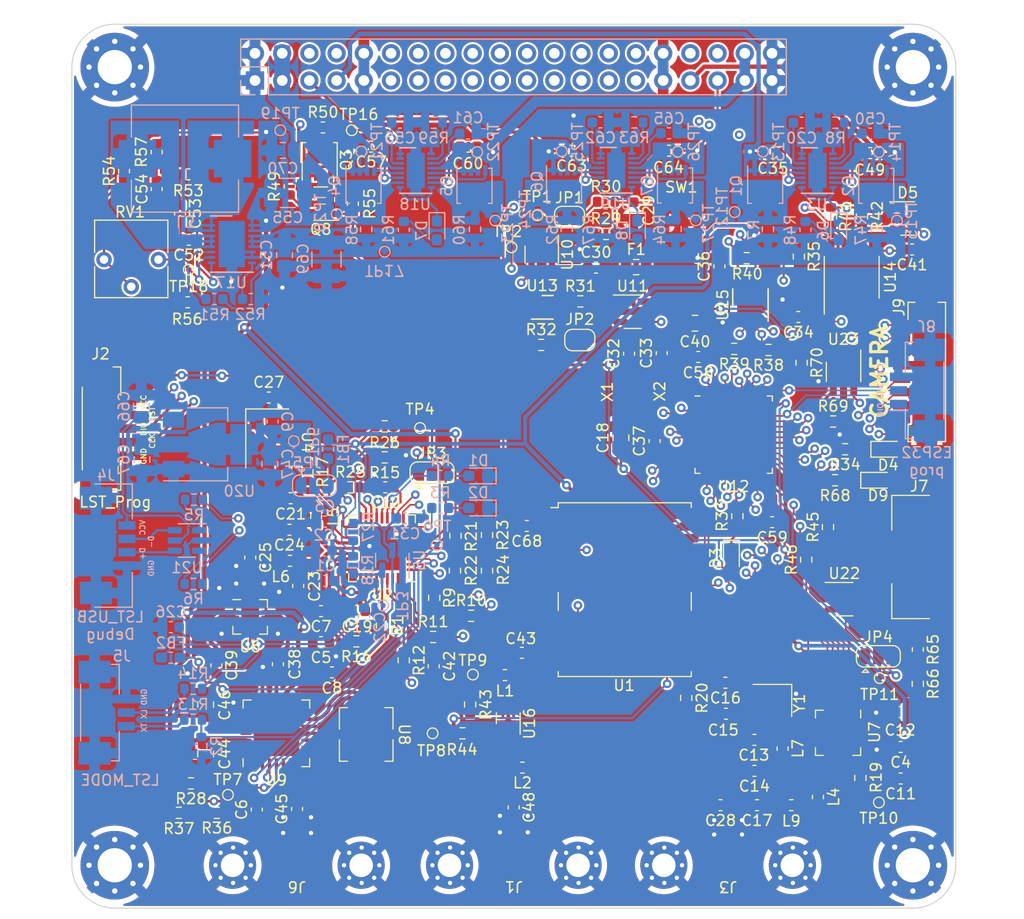
<source format=kicad_pcb>
(kicad_pcb (version 20211014) (generator pcbnew)

  (general
    (thickness 4.69)
  )

  (paper "A4")
  (layers
    (0 "F.Cu" signal)
    (1 "In1.Cu" signal)
    (2 "In2.Cu" signal)
    (31 "B.Cu" signal)
    (32 "B.Adhes" user "B.Adhesive")
    (33 "F.Adhes" user "F.Adhesive")
    (34 "B.Paste" user)
    (35 "F.Paste" user)
    (36 "B.SilkS" user "B.Silkscreen")
    (37 "F.SilkS" user "F.Silkscreen")
    (38 "B.Mask" user)
    (39 "F.Mask" user)
    (40 "Dwgs.User" user "User.Drawings")
    (41 "Cmts.User" user "User.Comments")
    (42 "Eco1.User" user "User.Eco1")
    (43 "Eco2.User" user "User.Eco2")
    (44 "Edge.Cuts" user)
    (45 "Margin" user)
    (46 "B.CrtYd" user "B.Courtyard")
    (47 "F.CrtYd" user "F.Courtyard")
    (48 "B.Fab" user)
    (49 "F.Fab" user)
    (50 "User.1" user)
    (51 "User.2" user)
    (52 "User.3" user)
    (53 "User.4" user)
    (54 "User.5" user)
    (55 "User.6" user)
    (56 "User.7" user)
    (57 "User.8" user)
    (58 "User.9" user)
  )

  (setup
    (stackup
      (layer "F.SilkS" (type "Top Silk Screen"))
      (layer "F.Paste" (type "Top Solder Paste"))
      (layer "F.Mask" (type "Top Solder Mask") (thickness 0.01))
      (layer "F.Cu" (type "copper") (thickness 0.035))
      (layer "dielectric 1" (type "core") (thickness 1.51) (material "FR4") (epsilon_r 4.5) (loss_tangent 0.02))
      (layer "In1.Cu" (type "copper") (thickness 0.035))
      (layer "dielectric 2" (type "prepreg") (thickness 1.51) (material "FR4") (epsilon_r 4.5) (loss_tangent 0.02))
      (layer "In2.Cu" (type "copper") (thickness 0.035))
      (layer "dielectric 3" (type "core") (thickness 1.51) (material "FR4") (epsilon_r 4.5) (loss_tangent 0.02))
      (layer "B.Cu" (type "copper") (thickness 0.035))
      (layer "B.Mask" (type "Bottom Solder Mask") (thickness 0.01))
      (layer "B.Paste" (type "Bottom Solder Paste"))
      (layer "B.SilkS" (type "Bottom Silk Screen"))
      (copper_finish "None")
      (dielectric_constraints no)
    )
    (pad_to_mask_clearance 0)
    (pcbplotparams
      (layerselection 0x00010fc_ffffffff)
      (disableapertmacros false)
      (usegerberextensions false)
      (usegerberattributes true)
      (usegerberadvancedattributes true)
      (creategerberjobfile true)
      (svguseinch false)
      (svgprecision 6)
      (excludeedgelayer true)
      (plotframeref false)
      (viasonmask false)
      (mode 1)
      (useauxorigin false)
      (hpglpennumber 1)
      (hpglpenspeed 20)
      (hpglpendiameter 15.000000)
      (dxfpolygonmode true)
      (dxfimperialunits true)
      (dxfusepcbnewfont true)
      (psnegative false)
      (psa4output false)
      (plotreference true)
      (plotvalue true)
      (plotinvisibletext false)
      (sketchpadsonfab false)
      (subtractmaskfromsilk false)
      (outputformat 1)
      (mirror false)
      (drillshape 1)
      (scaleselection 1)
      (outputdirectory "")
    )
  )

  (net 0 "")
  (net 1 "Net-(C1-Pad1)")
  (net 2 "GND")
  (net 3 "+3V3")
  (net 4 "/OpenLST (Beacon)/PA_VAPC")
  (net 5 "+3V8")
  (net 6 "/OpenLST (Beacon)/VDD_USB_LST")
  (net 7 "Net-(C12-Pad1)")
  (net 8 "Net-(C13-Pad2)")
  (net 9 "Net-(C15-Pad1)")
  (net 10 "Net-(C16-Pad1)")
  (net 11 "Net-(C17-Pad1)")
  (net 12 "Net-(C17-Pad2)")
  (net 13 "/MCU/MCU_POWER")
  (net 14 "Net-(C19-Pad1)")
  (net 15 "/3V3 power share/VCC_EN")
  (net 16 "Net-(C21-Pad2)")
  (net 17 "Net-(C22-Pad1)")
  (net 18 "Net-(C23-Pad2)")
  (net 19 "Net-(C24-Pad1)")
  (net 20 "Net-(C24-Pad2)")
  (net 21 "Net-(C25-Pad2)")
  (net 22 "Net-(C26-Pad1)")
  (net 23 "Net-(C29-Pad1)")
  (net 24 "/3V3 power share/EPS#1")
  (net 25 "Net-(C35-Pad2)")
  (net 26 "Net-(C38-Pad1)")
  (net 27 "Net-(C38-Pad2)")
  (net 28 "Net-(C39-Pad1)")
  (net 29 "Net-(C39-Pad2)")
  (net 30 "/MCU/VREF")
  (net 31 "Net-(C42-Pad1)")
  (net 32 "Net-(C43-Pad1)")
  (net 33 "Net-(C43-Pad2)")
  (net 34 "Net-(C45-Pad1)")
  (net 35 "Net-(C45-Pad2)")
  (net 36 "Net-(C48-Pad1)")
  (net 37 "Net-(C48-Pad2)")
  (net 38 "Net-(C49-Pad1)")
  (net 39 "/3V3 power share/EPS#2")
  (net 40 "Net-(C50-Pad1)")
  (net 41 "VIN")
  (net 42 "Net-(C52-Pad1)")
  (net 43 "Net-(C52-Pad2)")
  (net 44 "Net-(C53-Pad1)")
  (net 45 "Net-(C54-Pad1)")
  (net 46 "/Power Convertor/VBAT1/VCC_EN")
  (net 47 "/Power Convertor/EPS#1_VBAT")
  (net 48 "Net-(C57-Pad2)")
  (net 49 "Net-(C60-Pad1)")
  (net 50 "/Power Convertor/EPS#2_VBAT")
  (net 51 "Net-(C61-Pad1)")
  (net 52 "/5V power share/VCC_EN")
  (net 53 "/5V power share/EPS#1")
  (net 54 "Net-(C63-Pad2)")
  (net 55 "Net-(C64-Pad1)")
  (net 56 "/5V power share/EPS#2")
  (net 57 "Net-(C65-Pad1)")
  (net 58 "/OpenLST (Beacon)/USB_POWER_LST")
  (net 59 "Net-(D1-Pad2)")
  (net 60 "Net-(D2-Pad2)")
  (net 61 "Net-(D3-Pad1)")
  (net 62 "Net-(D4-Pad1)")
  (net 63 "/MCU/CAN_L")
  (net 64 "/MCU/CAN_H")
  (net 65 "Net-(D6-Pad1)")
  (net 66 "Net-(D6-Pad2)")
  (net 67 "Net-(D7-Pad1)")
  (net 68 "Net-(D7-Pad2)")
  (net 69 "Net-(D8-Pad1)")
  (net 70 "Net-(D8-Pad2)")
  (net 71 "Net-(D9-Pad1)")
  (net 72 "Net-(F1-Pad2)")
  (net 73 "Net-(FB1-Pad1)")
  (net 74 "/OpenLST (Beacon)/PROG_DD")
  (net 75 "/OpenLST (Beacon)/PROG_DC")
  (net 76 "/OpenLST (Beacon)/~{LST_RESET}")
  (net 77 "/MCU/USB_POWER")
  (net 78 "Net-(J7-Pad2)")
  (net 79 "Net-(J7-Pad3)")
  (net 80 "/MCU/SWCLK")
  (net 81 "/MCU/SWDIO")
  (net 82 "/MCU/QSPI_D1{slash}CAM_CSN")
  (net 83 "/MCU/QSPI_D2{slash}CAM_MOSI")
  (net 84 "/MCU/QSPI_D3{slash}CAM_MISO")
  (net 85 "/MCU/LED1_QSPI")
  (net 86 "+5V")
  (net 87 "/I2C_SDA")
  (net 88 "/I2C_SCL")
  (net 89 "unconnected-(J12-Pad6)")
  (net 90 "unconnected-(J12-Pad8)")
  (net 91 "unconnected-(J12-Pad11)")
  (net 92 "unconnected-(J12-Pad12)")
  (net 93 "unconnected-(J12-Pad13)")
  (net 94 "unconnected-(J12-Pad14)")
  (net 95 "unconnected-(J12-Pad15)")
  (net 96 "unconnected-(J12-Pad16)")
  (net 97 "unconnected-(J12-Pad17)")
  (net 98 "unconnected-(J12-Pad18)")
  (net 99 "/MCU/RS_485_~{B}")
  (net 100 "/MCU/RS_485_A")
  (net 101 "unconnected-(J12-Pad23)")
  (net 102 "unconnected-(J12-Pad24)")
  (net 103 "/MCU/LED1_CAM")
  (net 104 "/MCU/QSPI_SCK")
  (net 105 "/MCU/QSPI_NCS")
  (net 106 "unconnected-(J12-Pad34)")
  (net 107 "unconnected-(J12-Pad36)")
  (net 108 "Net-(JP1-Pad1)")
  (net 109 "/MCU/NRST")
  (net 110 "Net-(JP2-Pad1)")
  (net 111 "Net-(JP2-Pad2)")
  (net 112 "/OpenLST (Beacon)/RF_EN")
  (net 113 "/OpenLST (Beacon)/RF_EN_MCU")
  (net 114 "/OpenLST (Beacon)/RF_PWR_EN")
  (net 115 "Net-(JP4-Pad3)")
  (net 116 "/MCU/VDD_USB")
  (net 117 "Net-(L3-Pad1)")
  (net 118 "Net-(L3-Pad2)")
  (net 119 "Net-(L4-Pad1)")
  (net 120 "Net-(L4-Pad2)")
  (net 121 "Net-(Q1-Pad5)")
  (net 122 "Net-(Q1-Pad4)")
  (net 123 "Net-(Q2-Pad4)")
  (net 124 "Net-(Q2-Pad5)")
  (net 125 "Net-(Q3-Pad4)")
  (net 126 "Net-(Q3-Pad5)")
  (net 127 "Net-(Q4-Pad5)")
  (net 128 "Net-(Q4-Pad4)")
  (net 129 "Net-(Q5-Pad4)")
  (net 130 "Net-(Q5-Pad5)")
  (net 131 "Net-(Q6-Pad5)")
  (net 132 "Net-(Q6-Pad4)")
  (net 133 "Net-(Q7-Pad4)")
  (net 134 "Net-(Q7-Pad5)")
  (net 135 "/OpenLST (Beacon)/~{LST_RX_MODE}")
  (net 136 "/OpenLST (Beacon)/LST_TX_MODE")
  (net 137 "Net-(R3-Pad2)")
  (net 138 "Net-(R4-Pad2)")
  (net 139 "Net-(R5-Pad1)")
  (net 140 "/OpenLST (Beacon)/USB_N")
  (net 141 "/OpenLST (Beacon)/USB_P")
  (net 142 "Net-(R6-Pad2)")
  (net 143 "Net-(R8-Pad2)")
  (net 144 "Net-(R9-Pad1)")
  (net 145 "/OpenLST (Beacon)/UART0_CTS")
  (net 146 "Net-(R10-Pad1)")
  (net 147 "/OpenLST (Beacon)/UART0_RTS")
  (net 148 "Net-(R11-Pad1)")
  (net 149 "/OpenLST (Beacon)/UART0_RX")
  (net 150 "Net-(R12-Pad1)")
  (net 151 "/OpenLST (Beacon)/UART0_TX")
  (net 152 "Net-(R15-Pad2)")
  (net 153 "Net-(R16-Pad2)")
  (net 154 "Net-(R17-Pad1)")
  (net 155 "Net-(R17-Pad2)")
  (net 156 "Net-(R19-Pad2)")
  (net 157 "/OpenLST (Beacon)/AN0")
  (net 158 "/OpenLST (Beacon)/AN1")
  (net 159 "Net-(R25-Pad2)")
  (net 160 "/OpenLST (Beacon)/RF_BYP")
  (net 161 "Net-(R32-Pad1)")
  (net 162 "/MCU/LED2")
  (net 163 "/MCU/CAN_RS")
  (net 164 "/MCU/RS_485_R_EN")
  (net 165 "/MCU/RS_485_T_EN")
  (net 166 "Net-(R43-Pad2)")
  (net 167 "Net-(R44-Pad1)")
  (net 168 "Net-(R44-Pad2)")
  (net 169 "Net-(R45-Pad1)")
  (net 170 "/MCU/USB_N")
  (net 171 "/MCU/USB_P")
  (net 172 "Net-(R46-Pad2)")
  (net 173 "Net-(R51-Pad2)")
  (net 174 "Net-(R52-Pad1)")
  (net 175 "Net-(R54-Pad2)")
  (net 176 "Net-(R59-Pad2)")
  (net 177 "Net-(R63-Pad2)")
  (net 178 "unconnected-(U1-Pad1)")
  (net 179 "unconnected-(U1-Pad3)")
  (net 180 "/GPS Module/IRQ")
  (net 181 "unconnected-(U1-Pad5)")
  (net 182 "unconnected-(U1-Pad6)")
  (net 183 "/GPS Module/RESET")
  (net 184 "unconnected-(U1-Pad15)")
  (net 185 "unconnected-(U1-Pad16)")
  (net 186 "unconnected-(U1-Pad17)")
  (net 187 "/GPS Module/TXD")
  (net 188 "/GPS Module/RXD")
  (net 189 "unconnected-(U2-Pad8)")
  (net 190 "unconnected-(U2-Pad18)")
  (net 191 "unconnected-(U2-Pad20)")
  (net 192 "/MCU/NRF_CE")
  (net 193 "/MCU/NRF_SPI_CSN")
  (net 194 "/MCU/NRF_SPI_SCK")
  (net 195 "/MCU/NRF_SPI_MOSI")
  (net 196 "/MCU/NRF_SPI_MISO")
  (net 197 "/MCU/NRF_IRQ")
  (net 198 "Net-(U8-Pad2)")
  (net 199 "Net-(U8-Pad6)")
  (net 200 "unconnected-(U9-Pad14)")
  (net 201 "unconnected-(U9-Pad16)")
  (net 202 "unconnected-(U9-Pad25)")
  (net 203 "unconnected-(U10-Pad3)")
  (net 204 "/MCU/WDG_RESET")
  (net 205 "unconnected-(U11-Pad3)")
  (net 206 "unconnected-(U12-Pad1)")
  (net 207 "/MCU/LSE")
  (net 208 "/MCU/HSE")
  (net 209 "/MCU/CAN_RX")
  (net 210 "/MCU/CAN_TX")
  (net 211 "unconnected-(U13-Pad3)")
  (net 212 "/MCU/RS_485_R")
  (net 213 "/MCU/RS_485_T")
  (net 214 "unconnected-(U15-Pad7)")
  (net 215 "unconnected-(X1-Pad1)")
  (net 216 "unconnected-(U6-Pad4)")
  (net 217 "/camera/CAM_VCC")
  (net 218 "Net-(R70-Pad1)")
  (net 219 "Net-(J4-Pad2)")
  (net 220 "Net-(J4-Pad3)")
  (net 221 "Net-(J5-Pad1)")
  (net 222 "Net-(J5-Pad2)")

  (footprint "Capacitor_SMD:C_0805_2012Metric_Pad1.18x1.45mm_HandSolder" (layer "F.Cu") (at 143.1544 71.9044))

  (footprint "TCY_Buttons:KMT031NGJLHS" (layer "F.Cu") (at 141.8844 61.5881))

  (footprint "Resistor_SMD:R_0603_1608Metric" (layer "F.Cu") (at 98.5276 117.602))

  (footprint "Resistor_SMD:R_0603_1608Metric" (layer "F.Cu") (at 158.75 61.9252 -90))

  (footprint "Package_DFN_QFN:QFN-20-1EP_4x4mm_P0.5mm_EP2.5x2.5mm" (layer "F.Cu") (at 156.5148 110.1344 -90))

  (footprint "MountingHole:MountingHole_3.2mm_M3_Pad_Via" (layer "F.Cu") (at 163.5 122.5))

  (footprint "Resistor_SMD:R_0603_1608Metric" (layer "F.Cu") (at 120.8024 91.7448 90))

  (footprint "Capacitor_SMD:C_0603_1608Metric" (layer "F.Cu") (at 98.4905 103.8352 -90))

  (footprint "Resistor_SMD:R_0603_1608Metric" (layer "F.Cu") (at 147.9804 65.8368 180))

  (footprint "Inductor_SMD:L_0603_1608Metric" (layer "F.Cu") (at 107.7976 89.9668 -90))

  (footprint "Resistor_SMD:R_0603_1608Metric" (layer "F.Cu") (at 121.4628 110.1852))

  (footprint "MountingHole:MountingHole_3.2mm_M3_Pad_Via" (layer "F.Cu") (at 89 48))

  (footprint "Package_TO_SOT_SMD:SOT-23-6" (layer "F.Cu") (at 157.099 97.663))

  (footprint "Capacitor_SMD:C_0603_1608Metric" (layer "F.Cu") (at 105.41 88.2396))

  (footprint "Capacitor_SMD:C_0603_1608Metric" (layer "F.Cu") (at 127.4572 90.8304 180))

  (footprint "Capacitor_SMD:C_0603_1608Metric" (layer "F.Cu") (at 152.8064 71.3232 180))

  (footprint "Resistor_SMD:R_0603_1608Metric" (layer "F.Cu") (at 153.1112 75.5904 -90))

  (footprint "Capacitor_SMD:C_0603_1608Metric" (layer "F.Cu") (at 114.2492 87.2236 180))

  (footprint "Inductor_SMD:L_0603_1608Metric" (layer "F.Cu") (at 127.0508 113.3856))

  (footprint "RF_GPS:ublox_NEO" (layer "F.Cu") (at 136.6012 96.774))

  (footprint "Package_TO_SOT_SMD:SOT-23-6_Handsoldering" (layer "F.Cu") (at 157.0228 76.454 -90))

  (footprint "Capacitor_SMD:C_0603_1608Metric" (layer "F.Cu") (at 108.2548 98.7792 180))

  (footprint "Inductor_SMD:L_0603_1608Metric" (layer "F.Cu") (at 105.3344 59.1454 90))

  (footprint "Resistor_SMD:R_0603_1608Metric" (layer "F.Cu") (at 158.5976 114.3508 90))

  (footprint "Jumper:SolderJumper-2_P1.3mm_Open_RoundedPad1.0x1.5mm" (layer "F.Cu") (at 132.4108 73.4753 180))

  (footprint "Capacitor_SMD:C_0603_1608Metric" (layer "F.Cu") (at 118.7704 103.9238 90))

  (footprint "Jumper:SolderJumper-2_P1.3mm_Open_RoundedPad1.0x1.5mm" (layer "F.Cu") (at 131.4456 61.9945))

  (footprint "Inductor_SMD:L_0603_1608Metric" (layer "F.Cu") (at 95.8596 58.0136))

  (footprint "Capacitor_SMD:C_0603_1608Metric" (layer "F.Cu") (at 133.9218 66.7189))

  (footprint "Capacitor_SMD:C_0603_1608Metric" (layer "F.Cu") (at 127 102.6668 180))

  (footprint "Jumper:SolderJumper-3_P1.3mm_Open_RoundedPad1.0x1.5mm" (layer "F.Cu") (at 160.274 102.997))

  (footprint "Capacitor_SMD:C_0603_1608Metric" (layer "F.Cu") (at 148.7046 113.6904))

  (footprint "MountingHole:MountingHole_3.2mm_M3_Pad_Via" (layer "F.Cu") (at 163.5 48))

  (footprint "Resistor_SMD:R_0603_1608Metric" (layer "F.Cu") (at 111.5568 101.6 180))

  (footprint "Resistor_SMD:R_0603_1608Metric" (layer "F.Cu") (at 118.8212 97.536 -90))

  (footprint "Resistor_SMD:R_0603_1608Metric" (layer "F.Cu") (at 134.8492 60.5721))

  (footprint "Resistor_SMD:R_0603_1608Metric" (layer "F.Cu") (at 157.1752 83.6676 180))

  (footprint "Capacitor_SMD:C_0603_1608Metric" (layer "F.Cu") (at 122.0216 55.4228))

  (footprint "TCY_Connector:TestPoint_Pad_D0.5mm" (layer "F.Cu") (at 122.428 104.6988))

  (footprint "Resistor_SMD:R_0603_1608Metric" (layer "F.Cu") (at 123.7488 94.996 90))

  (footprint "Resistor_SMD:R_0603_1608Metric" (layer "F.Cu") (at 115.9764 103.378 -90))

  (footprint "Capacitor_SMD:C_0603_1608Metric" (layer "F.Cu") (at 139.3952 82.9056 90))

  (footprint "Resistor_SMD:R_0603_1608Metric" (layer "F.Cu") (at 155.575 90.932 90))

  (footprint "Resistor_SMD:R_0603_1608Metric" (layer "F.Cu") (at 110.998 87.2236))

  (footprint "Resistor_SMD:R_0603_1608Metric" (layer "F.Cu") (at 113.9444 100.1268 90))

  (footprint "footprints:iPEX" (layer "F.Cu") (at 146.25 122.5 180))

  (footprint "Capacitor_SMD:C_0603_1608Metric" (layer "F.Cu") (at 145.542 116.8908 180))

  (footprint "TCY_Connector:TestPoint_Pad_D0.5mm" (layer "F.Cu") (at 160.401 105.029))

  (footprint "Capacitor_SMD:C_0603_1608Metric" (layer "F.Cu") (at 162.3568 114.4016 180))

  (footprint "Capacitor_SMD:C_0603_1608Metric" (layer "F.Cu") (at 112.9284 55.4228))

  (footprint "Inductor_SMD:L_0603_1608Metric" (layer "F.Cu") (at 151.3332 111.6076 -90))

  (footprint "Capacitor_SMD:C_0603_1608Metric" (layer "F.Cu") (at 137.414 61.3849 -90))

  (footprint "Capacitor_SMD:C_0603_1608Metric" (layer "F.Cu") (at 159.517223 56.0263))

  (footprint "Resistor_SMD:R_0603_1608Metric" (layer "F.Cu") (at 142.3416 106.8832 90))

  (footprint "Resistor_SMD:R_0603_1608Metric" (layer "F.Cu") (at 120.7516 94.996 90))

  (footprint "Resistor_SMD:R_0603_1608Metric" (layer "F.Cu") (at 163.957 105.5624 -90))

  (footprint "footprints:iPEX" (layer "F.Cu")
    (tedit 62249243) (tstamp 5e845d28-b090-4cbe-b836-36c12cd256a2)
    (at 106 122.5 180)
    (property "Sheetfile" "OpenLST.kicad_sch")
    (property "Sheetname" "OpenLST (Beacon)")
    (path "/829b2795-9702-4633-a078-e2998d6d9402/bd95501b-0179-41e8-b4ae-aa683068528d")
    (attr smd)
    (fp_text reference "J6" (at 0 -2 180 unlocked) (layer "F.SilkS")
      (effects (font (size 1 1) (thickness 0.15)))
      (tstamp 01a309ae-24f0-425f-8e66-62836d44754f)
    )
    (fp_text value "iPEX" (at 0 3.25 180 unlocked) (layer "F.Fab")
      (effect
... [3610120 chars truncated]
</source>
